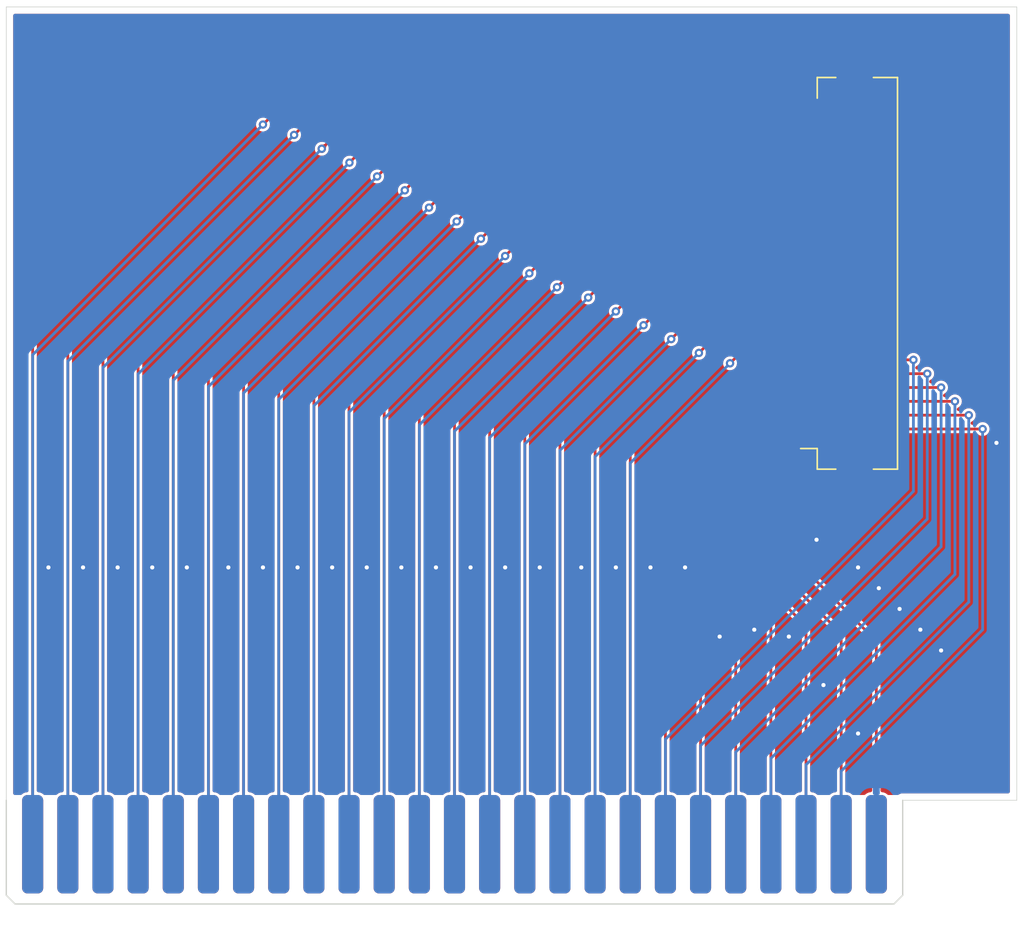
<source format=kicad_pcb>
(kicad_pcb (version 20240108) (generator "pcbnew") (generator_version "8.0")
  (layers (0 "F.Cu" signal) (31 "B.Cu" signal) (34 "B.Paste" user) (35 "F.Paste" user) (36 "B.SilkS" user "B.Silkscreen") (37 "F.SilkS" user "F.Silkscreen") (38 "B.Mask" user) (39 "F.Mask" user) (44 "Edge.Cuts" user))
  (net 0 "")
  (net 1 "/PIN44")
  (net 2 "/PIN14")
  (net 3 "/PIN22")
  (net 4 "/PIN19")
  (net 5 "/PIN42")
  (net 6 "/PIN31")
  (net 7 "/PIN26")
  (net 8 "/PIN39")
  (net 9 "/PIN11")
  (net 10 "/PIN13")
  (net 11 "/PIN12")
  (net 12 "/PIN46")
  (net 13 "/PIN40")
  (net 14 "/PIN24")
  (net 15 "/PIN1")
  (net 16 "/PIN3")
  (net 19 "/PIN17")
  (net 20 "/PIN25")
  (net 21 "/PIN9")
  (net 22 "/PIN29")
  (net 23 "/PIN50")
  (net 24 "/PIN4")
  (net 25 "/PIN20")
  (net 26 "/PIN28")
  (net 27 "/PIN33")
  (net 28 "/PIN27")
  (net 29 "/PIN10")
  (net 30 "/PIN2")
  (net 31 "/PIN15")
  (net 32 "/PIN43")
  (net 33 "/PIN7")
  (net 34 "/PIN49")
  (net 35 "/PIN47")
  (net 36 "/PIN18")
  (net 37 "/PIN45")
  (net 38 "/PIN37")
  (net 39 "/PIN48")
  (net 40 "/PIN36")
  (net 41 "/PIN21")
  (net 42 "/PIN35")
  (net 43 "/PIN30")
  (net 44 "/PIN8")
  (net 45 "/PIN5")
  (net 46 "/PIN41")
  (net 47 "/PIN32")
  (net 48 "/PIN38")
  (net 49 "/PIN16")
  (net 50 "/PIN6")
  (net 51 "/PIN34")
  (net 52 "/PIN23")
  (footprint "appletini:AppleIIBus_Edge" (layer "F.Cu") (at 128.34 116.5)
    (property "Reference" "J1")
    (property "Value" "Apple II bus")
    (fp_line (start -32.385 3.683) (end -32.385 -3.175) (stroke (width 0.1)) (layer "Edge.Cuts"))
    (fp_line (start -31.75 4.318) (end -32.385 3.683) (stroke (width 0.1)) (layer "Edge.Cuts"))
    (fp_line (start 31.75 4.318) (end -31.75 4.318) (stroke (width 0.1)) (layer "Edge.Cuts"))
    (fp_line (start 31.75 4.318) (end 32.385 3.683) (stroke (width 0.1)) (layer "Edge.Cuts"))
    (fp_line (start 32.385 -3.175) (end 32.385 3.683) (stroke (width 0.1)) (layer "Edge.Cuts"))
    (pad "1" connect roundrect (at -30.48 0 180) (size 1.524 7.112) (layers "F.Cu" "F.Mask") (net 15 "/PIN1"))
    (pad "2" connect roundrect (at -27.94 0 180) (size 1.524 7.112) (layers "F.Cu" "F.Mask") (net 30 "/PIN2"))
    (pad "3" connect roundrect (at -25.4 0 180) (size 1.524 7.112) (layers "F.Cu" "F.Mask") (net 16 "/PIN3"))
    (pad "4" connect roundrect (at -22.86 0 180) (size 1.524 7.112) (layers "F.Cu" "F.Mask") (net 24 "/PIN4"))
    (pad "5" connect roundrect (at -20.32 0 180) (size 1.524 7.112) (layers "F.Cu" "F.Mask") (net 45 "/PIN5"))
    (pad "6" connect roundrect (at -17.78 0 180) (size 1.524 7.112) (layers "F.Cu" "F.Mask") (net 50 "/PIN6"))
    (pad "7" connect roundrect (at -15.24 0 180) (size 1.524 7.112) (layers "F.Cu" "F.Mask") (net 33 "/PIN7"))
    (pad "8" connect roundrect (at -12.7 0 180) (size 1.524 7.112) (layers "F.Cu" "F.Mask") (net 44 "/PIN8"))
    (pad "9" connect roundrect (at -10.16 0 180) (size 1.524 7.112) (layers "F.Cu" "F.Mask") (net 21 "/PIN9"))
    (pad "10" connect roundrect (at -7.62 0 180) (size 1.524 7.112) (layers "F.Cu" "F.Mask") (net 29 "/PIN10"))
    (pad "11" connect roundrect (at -5.08 0 180) (size 1.524 7.112) (layers "F.Cu" "F.Mask") (net 9 "/PIN11"))
    (pad "12" connect roundrect (at -2.54 0 180) (size 1.524 7.112) (layers "F.Cu" "F.Mask") (net 11 "/PIN12"))
    (pad "13" connect roundrect (at 0 0 180) (size 1.524 7.112) (layers "F.Cu" "F.Mask") (net 10 "/PIN13"))
    (pad "14" connect roundrect (at 2.54 0 180) (size 1.524 7.112) (layers "F.Cu" "F.Mask") (net 2 "/PIN14"))
    (pad "15" connect roundrect (at 5.08 0 180) (size 1.524 7.112) (layers "F.Cu" "F.Mask") (net 31 "/PIN15"))
    (pad "16" connect roundrect (at 7.62 0 180) (size 1.524 7.112) (layers "F.Cu" "F.Mask") (net 49 "/PIN16"))
    (pad "17" connect roundrect (at 10.16 0 180) (size 1.524 7.112) (layers "F.Cu" "F.Mask") (net 19 "/PIN17"))
    (pad "18" connect roundrect (at 12.7 0 180) (size 1.524 7.112) (layers "F.Cu" "F.Mask") (net 36 "/PIN18"))
    (pad "19" connect roundrect (at 15.24 0 180) (size 1.524 7.112) (layers "F.Cu" "F.Mask") (net 4 "/PIN19"))
    (pad "20" connect roundrect (at 17.78 0 180) (size 1.524 7.112) (layers "F.Cu" "F.Mask") (net 25 "/PIN20"))
    (pad "21" connect roundrect (at 20.32 0 180) (size 1.524 7.112) (layers "F.Cu" "F.Mask") (net 41 "/PIN21"))
    (pad "22" connect roundrect (at 22.86 0 180) (size 1.524 7.112) (layers "F.Cu" "F.Mask") (net 3 "/PIN22"))
    (pad "23" connect roundrect (at 25.4 0 180) (size 1.524 7.112) (layers "F.Cu" "F.Mask") (net 52 "/PIN23"))
    (pad "24" connect roundrect (at 27.94 0 180) (size 1.524 7.112) (layers "F.Cu" "F.Mask") (net 14 "/PIN24"))
    (pad "25" connect roundrect (at 30.48 0 180) (size 1.524 7.112) (layers "F.Cu" "F.Mask") (net 20 "/PIN25"))
    (pad "26" connect roundrect (at 30.48 0 180) (size 1.524 7.112) (layers "B.Cu" "B.Mask") (net 7 "/PIN26"))
    (pad "27" connect roundrect (at 27.94 0 180) (size 1.524 7.112) (layers "B.Cu" "B.Mask") (net 28 "/PIN27"))
    (pad "28" connect roundrect (at 25.4 0 180) (size 1.524 7.112) (layers "B.Cu" "B.Mask") (net 26 "/PIN28"))
    (pad "29" connect roundrect (at 22.86 0 180) (size 1.524 7.112) (layers "B.Cu" "B.Mask") (net 22 "/PIN29"))
    (pad "30" connect roundrect (at 20.32 0 180) (size 1.524 7.112) (layers "B.Cu" "B.Mask") (net 43 "/PIN30"))
    (pad "31" connect roundrect (at 17.78 0 180) (size 1.524 7.112) (layers "B.Cu" "B.Mask") (net 6 "/PIN31"))
    (pad "32" connect roundrect (at 15.24 0 180) (size 1.524 7.112) (layers "B.Cu" "B.Mask") (net 47 "/PIN32"))
    (pad "33" connect roundrect (at 12.7 0 180) (size 1.524 7.112) (layers "B.Cu" "B.Mask") (net 27 "/PIN33"))
    (pad "34" connect roundrect (at 10.16 0 180) (size 1.524 7.112) (layers "B.Cu" "B.Mask") (net 51 "/PIN34"))
    (pad "35" connect roundrect (at 7.62 0 180) (size 1.524 7.112) (layers "B.Cu" "B.Mask") (net 42 "/PIN35"))
    (pad "36" connect roundrect (at 5.08 0 180) (size 1.524 7.112) (layers "B.Cu" "B.Mask") (net 40 "/PIN36"))
    (pad "37" connect roundrect (at 2.54 0 180) (size 1.524 7.112) (layers "B.Cu" "B.Mask") (net 38 "/PIN37"))
    (pad "38" connect roundrect (at 0 0 180) (size 1.524 7.112) (layers "B.Cu" "B.Mask") (net 48 "/PIN38"))
    (pad "39" connect roundrect (at -2.54 0 180) (size 1.524 7.112) (layers "B.Cu" "B.Mask") (net 8 "/PIN39"))
    (pad "40" connect roundrect (at -5.08 0 180) (size 1.524 7.112) (layers "B.Cu" "B.Mask") (net 13 "/PIN40"))
    (pad "41" connect roundrect (at -7.62 0 180) (size 1.524 7.112) (layers "B.Cu" "B.Mask") (net 46 "/PIN41"))
    (pad "42" connect roundrect (at -10.16 0 180) (size 1.524 7.112) (layers "B.Cu" "B.Mask") (net 5 "/PIN42"))
    (pad "43" connect roundrect (at -12.7 0 180) (size 1.524 7.112) (layers "B.Cu" "B.Mask") (net 32 "/PIN43"))
    (pad "44" connect roundrect (at -15.24 0 180) (size 1.524 7.112) (layers "B.Cu" "B.Mask") (net 1 "/PIN44"))
    (pad "45" connect roundrect (at -17.78 0 180) (size 1.524 7.112) (layers "B.Cu" "B.Mask") (net 37 "/PIN45"))
    (pad "46" connect roundrect (at -20.32 0 180) (size 1.524 7.112) (layers "B.Cu" "B.Mask") (net 12 "/PIN46"))
    (pad "47" connect roundrect (at -22.86 0 180) (size 1.524 7.112) (layers "B.Cu" "B.Mask") (net 35 "/PIN47"))
    (pad "48" connect roundrect (at -25.4 0 180) (size 1.524 7.112) (layers "B.Cu" "B.Mask") (net 39 "/PIN48"))
    (pad "49" connect roundrect (at -27.94 0 180) (size 1.524 7.112) (layers "B.Cu" "B.Mask") (net 34 "/PIN49"))
    (pad "50" connect roundrect (at -30.48 0 180) (size 1.524 7.112) (layers "B.Cu" "B.Mask") (net 23 "/PIN50"))
    (zone (net 0) (net_name "") (layers "*.Cu" "*.Adhes" "*.Paste" "*.SilkS" "*.Mask") (name "Bevel Area") (connect_pads (clearance 0)) (min_thickness 0.25)
      (keepout (tracks not_allowed) (vias not_allowed) (pads not_allowed) (copperpour not_allowed) (footprints not_allowed))
      (fill (thermal_gap 0.5) (thermal_bridge_width 0.5))
      (polygon (pts (xy 95.955 120.818) (xy 95.955 120.0814) (xy 160.725 120.0814) (xy 160.725 120.818)))
    )
    (zone (net 0) (net_name "") (layers "*.Cu" "*.Adhes" "*.Paste" "*.SilkS" "*.Mask") (connect_pads (clearance 0)) (min_thickness 0.25)
      (keepout (tracks allowed) (vias not_allowed) (pads allowed) (copperpour not_allowed) (footprints not_allowed))
      (fill (thermal_gap 0.5) (thermal_bridge_width 0.5))
      (polygon (pts (xy 160.725 120.0814) (xy 95.955 120.0814) (xy 95.955 112.944) (xy 160.725 112.944)))
    )
  )
  (footprint "Connector_FFC-FPC:Hirose_FH12-50S-0.5SH_1x50-1MP_P0.50mm_Horizontal" (layer "F.Cu") (at 155.85 75.25 90)
    (property "Reference" "J3" (hide yes))
    (property "Value" "Ribbon Conn")
    (fp_line (start 14.15 -1.3) (end 14.15 0.04) (stroke (width 0.12)) (layer "F.SilkS"))
    (fp_line (start 12.66 -1.3) (end 14.15 -1.3) (stroke (width 0.12)) (layer "F.SilkS"))
    (fp_line (start -12.66 -1.3) (end -12.66 -2.5) (stroke (width 0.12)) (layer "F.SilkS"))
    (fp_line (start -12.66 -1.3) (end -14.15 -1.3) (stroke (width 0.12)) (layer "F.SilkS"))
    (fp_line (start -14.15 -1.3) (end -14.15 0.04) (stroke (width 0.12)) (layer "F.SilkS"))
    (fp_line (start -14.15 2.76) (end -14.15 4.5) (stroke (width 0.12)) (layer "F.SilkS"))
    (fp_line (start 14.15 4.5) (end 14.15 2.76) (stroke (width 0.12)) (layer "F.SilkS"))
    (fp_line (start -14.15 4.5) (end 14.15 4.5) (stroke (width 0.12)) (layer "F.SilkS"))
    (pad "1" smd rect (at -12.25 -1.85 90) (size 0.3 1.3) (layers "F.Cu" "F.Paste" "F.Mask") (net 7 "/PIN26"))
    (pad "2" smd rect (at -11.75 -1.85 90) (size 0.3 1.3) (layers "F.Cu" "F.Paste" "F.Mask") (net 20 "/PIN25"))
    (pad "3" smd rect (at -11.25 -1.85 90) (size 0.3 1.3) (layers "F.Cu" "F.Paste" "F.Mask") (net 28 "/PIN27"))
    (pad "4" smd rect (at -10.75 -1.85 90) (size 0.3 1.3) (layers "F.Cu" "F.Paste" "F.Mask") (net 14 "/PIN24"))
    (pad "5" smd rect (at -10.25 -1.85 90) (size 0.3 1.3) (layers "F.Cu" "F.Paste" "F.Mask") (net 26 "/PIN28"))
    (pad "6" smd rect (at -9.75 -1.85 90) (size 0.3 1.3) (layers "F.Cu" "F.Paste" "F.Mask") (net 52 "/PIN23"))
    (pad "7" smd rect (at -9.25 -1.85 90) (size 0.3 1.3) (layers "F.Cu" "F.Paste" "F.Mask") (net 22 "/PIN29"))
    (pad "8" smd rect (at -8.75 -1.85 90) (size 0.3 1.3) (layers "F.Cu" "F.Paste" "F.Mask") (net 3 "/PIN22"))
    (pad "9" smd rect (at -8.25 -1.85 90) (size 0.3 1.3) (layers "F.Cu" "F.Paste" "F.Mask") (net 43 "/PIN30"))
    (pad "10" smd rect (at -7.75 -1.85 90) (size 0.3 1.3) (layers "F.Cu" "F.Paste" "F.Mask") (net 41 "/PIN21"))
    (pad "11" smd rect (at -7.25 -1.85 90) (size 0.3 1.3) (layers "F.Cu" "F.Paste" "F.Mask") (net 6 "/PIN31"))
    (pad "12" smd rect (at -6.75 -1.85 90) (size 0.3 1.3) (layers "F.Cu" "F.Paste" "F.Mask") (net 25 "/PIN20"))
    (pad "13" smd rect (at -6.25 -1.85 90) (size 0.3 1.3) (layers "F.Cu" "F.Paste" "F.Mask") (net 47 "/PIN32"))
    (pad "14" smd rect (at -5.75 -1.85 90) (size 0.3 1.3) (layers "F.Cu" "F.Paste" "F.Mask") (net 4 "/PIN19"))
    (pad "15" smd rect (at -5.25 -1.85 90) (size 0.3 1.3) (layers "F.Cu" "F.Paste" "F.Mask") (net 27 "/PIN33"))
    (pad "16" smd rect (at -4.75 -1.85 90) (size 0.3 1.3) (layers "F.Cu" "F.Paste" "F.Mask") (net 36 "/PIN18"))
    (pad "17" smd rect (at -4.25 -1.85 90) (size 0.3 1.3) (layers "F.Cu" "F.Paste" "F.Mask") (net 51 "/PIN34"))
    (pad "18" smd rect (at -3.75 -1.85 90) (size 0.3 1.3) (layers "F.Cu" "F.Paste" "F.Mask") (net 19 "/PIN17"))
    (pad "19" smd rect (at -3.25 -1.85 90) (size 0.3 1.3) (layers "F.Cu" "F.Paste" "F.Mask") (net 42 "/PIN35"))
    (pad "20" smd rect (at -2.75 -1.85 90) (size 0.3 1.3) (layers "F.Cu" "F.Paste" "F.Mask") (net 49 "/PIN16"))
    (pad "21" smd rect (at -2.25 -1.85 90) (size 0.3 1.3) (layers "F.Cu" "F.Paste" "F.Mask") (net 40 "/PIN36"))
    (pad "22" smd rect (at -1.75 -1.85 90) (size 0.3 1.3) (layers "F.Cu" "F.Paste" "F.Mask") (net 31 "/PIN15"))
    (pad "23" smd rect (at -1.25 -1.85 90) (size 0.3 1.3) (layers "F.Cu" "F.Paste" "F.Mask") (net 38 "/PIN37"))
    (pad "24" smd rect (at -0.75 -1.85 90) (size 0.3 1.3) (layers "F.Cu" "F.Paste" "F.Mask") (net 2 "/PIN14"))
    (pad "25" smd rect (at -0.25 -1.85 90) (size 0.3 1.3) (layers "F.Cu" "F.Paste" "F.Mask") (net 48 "/PIN38"))
    (pad "26" smd rect (at 0.25 -1.85 90) (size 0.3 1.3) (layers "F.Cu" "F.Paste" "F.Mask") (net 10 "/PIN13"))
    (pad "27" smd rect (at 0.75 -1.85 90) (size 0.3 1.3) (layers "F.Cu" "F.Paste" "F.Mask") (net 8 "/PIN39"))
    (pad "28" smd rect (at 1.25 -1.85 90) (size 0.3 1.3) (layers "F.Cu" "F.Paste" "F.Mask") (net 11 "/PIN12"))
    (pad "29" smd rect (at 1.75 -1.85 90) (size 0.3 1.3) (layers "F.Cu" "F.Paste" "F.Mask") (net 13 "/PIN40"))
    (pad "30" smd rect (at 2.25 -1.85 90) (size 0.3 1.3) (layers "F.Cu" "F.Paste" "F.Mask") (net 9 "/PIN11"))
    (pad "31" smd rect (at 2.75 -1.85 90) (size 0.3 1.3) (layers "F.Cu" "F.Paste" "F.Mask") (net 46 "/PIN41"))
    (pad "32" smd rect (at 3.25 -1.85 90) (size 0.3 1.3) (layers "F.Cu" "F.Paste" "F.Mask") (net 29 "/PIN10"))
    (pad "33" smd rect (at 3.75 -1.85 90) (size 0.3 1.3) (layers "F.Cu" "F.Paste" "F.Mask") (net 5 "/PIN42"))
    (pad "34" smd rect (at 4.25 -1.85 90) (size 0.3 1.3) (layers "F.Cu" "F.Paste" "F.Mask") (net 21 "/PIN9"))
    (pad "35" smd rect (at 4.75 -1.85 90) (size 0.3 1.3) (layers "F.Cu" "F.Paste" "F.Mask") (net 32 "/PIN43"))
    (pad "36" smd rect (at 5.25 -1.85 90) (size 0.3 1.3) (layers "F.Cu" "F.Paste" "F.Mask") (net 44 "/PIN8"))
    (pad "37" smd rect (at 5.75 -1.85 90) (size 0.3 1.3) (layers "F.Cu" "F.Paste" "F.Mask") (net 1 "/PIN44"))
    (pad "38" smd rect (at 6.25 -1.85 90) (size 0.3 1.3) (layers "F.Cu" "F.Paste" "F.Mask") (net 33 "/PIN7"))
    (pad "39" smd rect (at 6.75 -1.85 90) (size 0.3 1.3) (layers "F.Cu" "F.Paste" "F.Mask") (net 37 "/PIN45"))
    (pad "40" smd rect (at 7.25 -1.85 90) (size 0.3 1.3) (layers "F.Cu" "F.Paste" "F.Mask") (net 50 "/PIN6"))
    (pad "41" smd rect (at 7.75 -1.85 90) (size 0.3 1.3) (layers "F.Cu" "F.Paste" "F.Mask") (net 12 "/PIN46"))
    (pad "42" smd rect (at 8.25 -1.85 90) (size 0.3 1.3) (layers "F.Cu" "F.Paste" "F.Mask") (net 45 "/PIN5"))
    (pad "43" smd rect (at 8.75 -1.85 90) (size 0.3 1.3) (layers "F.Cu" "F.Paste" "F.Mask") (net 35 "/PIN47"))
    (pad "44" smd rect (at 9.25 -1.85 90) (size 0.3 1.3) (layers "F.Cu" "F.Paste" "F.Mask") (net 24 "/PIN4"))
    (pad "45" smd rect (at 9.75 -1.85 90) (size 0.3 1.3) (layers "F.Cu" "F.Paste" "F.Mask") (net 39 "/PIN48"))
    (pad "46" smd rect (at 10.25 -1.85 90) (size 0.3 1.3) (layers "F.Cu" "F.Paste" "F.Mask") (net 16 "/PIN3"))
    (pad "47" smd rect (at 10.75 -1.85 90) (size 0.3 1.3) (layers "F.Cu" "F.Paste" "F.Mask") (net 34 "/PIN49"))
    (pad "48" smd rect (at 11.25 -1.85 90) (size 0.3 1.3) (layers "F.Cu" "F.Paste" "F.Mask") (net 30 "/PIN2"))
    (pad "49" smd rect (at 11.75 -1.85 90) (size 0.3 1.3) (layers "F.Cu" "F.Paste" "F.Mask") (net 23 "/PIN50"))
    (pad "50" smd rect (at 12.25 -1.85 90) (size 0.3 1.3) (layers "F.Cu" "F.Paste" "F.Mask") (net 15 "/PIN1"))
    (pad "MP" smd rect (at -14.15 1.4 90) (size 1.8 2.2) (layers "F.Cu" "F.Paste" "F.Mask"))
    (pad "MP" smd rect (at 14.15 1.4 90) (size 1.8 2.2) (layers "F.Cu" "F.Paste" "F.Mask"))
  )
  (gr_line (start 95.955 113.325) (end 95.955 56) (stroke (width 0.05)) (layer "Edge.Cuts"))
  (gr_line (start 168.9674 113.325) (end 168.9674 56) (stroke (width 0.05)) (layer "Edge.Cuts"))
  (gr_line (start 168.9674 56) (end 95.955 56) (stroke (width 0.05)) (layer "Edge.Cuts"))
  (gr_line (start 160.725 113.325) (end 168.9674 113.325) (stroke (width 0.05)) (layer "Edge.Cuts"))
  (segment (start 126.5 70.5) (end 127.5 69.5) (width 0.2) (layer "F.Cu") (net 1))
  (segment (start 127.5 69.5) (end 154 69.5) (width 0.2) (layer "F.Cu") (net 1))
  (via (at 126.5 70.5) (size 0.6) (drill 0.3) (layers "F.Cu" "B.Cu") (net 1))
  (segment (start 126.5 70.5) (end 113.1 83.9) (width 0.2) (layer "B.Cu") (net 1))
  (segment (start 113.1 83.9) (end 113.1 116.5) (width 0.2) (layer "B.Cu") (net 1))
  (segment (start 130.88 85.62) (end 130.88 116.5) (width 0.2) (layer "F.Cu") (net 2))
  (segment (start 140.5 76) (end 130.88 85.62) (width 0.2) (layer "F.Cu") (net 2))
  (segment (start 154 76) (end 140.5 76) (width 0.2) (layer "F.Cu") (net 2))
  (segment (start 151.868629 84) (end 148 87.868629) (width 0.2) (layer "F.Cu") (net 3))
  (segment (start 151.2 100.2) (end 151.2 116.5) (width 0.2) (layer "F.Cu") (net 3))
  (segment (start 154 84) (end 151.868629 84) (width 0.2) (layer "F.Cu") (net 3))
  (segment (start 148 97) (end 151.2 100.2) (width 0.2) (layer "F.Cu") (net 3))
  (segment (start 148 87.868629) (end 148 97) (width 0.2) (layer "F.Cu") (net 3))
  (segment (start 150.5 81) (end 143.58 87.92) (width 0.2) (layer "F.Cu") (net 4))
  (segment (start 143.58 87.92) (end 143.58 116.5) (width 0.2) (layer "F.Cu") (net 4))
  (segment (start 154 81) (end 150.5 81) (width 0.2) (layer "F.Cu") (net 4))
  (segment (start 131.5 71.5) (end 154 71.5) (width 0.2) (layer "F.Cu") (net 5))
  (segment (start 130.25 72.75) (end 131.5 71.5) (width 0.2) (layer "F.Cu") (net 5))
  (via (at 130.25 72.75) (size 0.6) (drill 0.3) (layers "F.Cu" "B.Cu") (net 5))
  (segment (start 130.25 72.75) (end 118.18 84.82) (width 0.2) (layer "B.Cu") (net 5))
  (segment (start 118.18 84.82) (end 118.18 116.5) (width 0.2) (layer "B.Cu") (net 5))
  (segment (start 154 82.5) (end 162.5 82.5) (width 0.2) (layer "F.Cu") (net 6))
  (via (at 162.5 82.5) (size 0.6) (drill 0.3) (layers "F.Cu" "B.Cu") (net 6))
  (segment (start 146.12 109.38) (end 146.12 116.5) (width 0.2) (layer "B.Cu") (net 6))
  (segment (start 162.5 93) (end 146.12 109.38) (width 0.2) (layer "B.Cu") (net 6))
  (segment (start 162.5 82.5) (end 162.5 93) (width 0.2) (layer "B.Cu") (net 6))
  (segment (start 154 87.5) (end 167.5 87.5) (width 0.2) (layer "F.Cu") (net 7))
  (via (at 119.5 96.5) (size 0.6) (drill 0.3) (layers "F.Cu" "B.Cu") (net 7))
  (via (at 104 96.5) (size 0.6) (drill 0.3) (layers "F.Cu" "B.Cu") (net 7))
  (via (at 109 96.5) (size 0.6) (drill 0.3) (layers "F.Cu" "B.Cu") (net 7))
  (via (at 112 96.5) (size 0.6) (drill 0.3) (layers "F.Cu" "B.Cu") (net 7))
  (via (at 134.5 96.5) (size 0.6) (drill 0.3) (layers "F.Cu" "B.Cu") (net 7))
  (via (at 152.5 101.5) (size 0.6) (drill 0.3) (layers "F.Cu" "B.Cu") (net 7))
  (via (at 137.5 96.5) (size 0.6) (drill 0.3) (layers "F.Cu" "B.Cu") (net 7))
  (via (at 150 101) (size 0.6) (drill 0.3) (layers "F.Cu" "B.Cu") (net 7))
  (via (at 157.5 108.5) (size 0.6) (drill 0.3) (layers "F.Cu" "B.Cu") (net 7))
  (via (at 129.5 96.5) (size 0.6) (drill 0.3) (layers "F.Cu" "B.Cu") (net 7))
  (via (at 106.5 96.5) (size 0.6) (drill 0.3) (layers "F.Cu" "B.Cu") (net 7))
  (via (at 99 96.5) (size 0.6) (drill 0.3) (layers "F.Cu" "B.Cu") (net 7))
  (via (at 147.5 101.5) (size 0.6) (drill 0.3) (layers "F.Cu" "B.Cu") (net 7))
  (via (at 132 96.5) (size 0.6) (drill 0.3) (layers "F.Cu" "B.Cu") (net 7))
  (via (at 163.5 102.5) (size 0.6) (drill 0.3) (layers "F.Cu" "B.Cu") (net 7))
  (via (at 159 98) (size 0.6) (drill 0.3) (layers "F.Cu" "B.Cu") (net 7))
  (via (at 124.5 96.5) (size 0.6) (drill 0.3) (layers "F.Cu" "B.Cu") (net 7))
  (via (at 145 96.5) (size 0.6) (drill 0.3) (layers "F.Cu" "B.Cu") (net 7))
  (via (at 101.5 96.5) (size 0.6) (drill 0.3) (layers "F.Cu" "B.Cu") (net 7))
  (via (at 140 96.5) (size 0.6) (drill 0.3) (layers "F.Cu" "B.Cu") (net 7))
  (via (at 155 105) (size 0.6) (drill 0.3) (layers "F.Cu" "B.Cu") (net 7))
  (via (at 160.5 99.5) (size 0.6) (drill 0.3) (layers "F.Cu" "B.Cu") (net 7))
  (via (at 122 96.5) (size 0.6) (drill 0.3) (layers "F.Cu" "B.Cu") (net 7))
  (via (at 167.5 87.5) (size 0.6) (drill 0.3) (layers "F.Cu" "B.Cu") (net 7))
  (via (at 154.5 94.5) (size 0.6) (drill 0.3) (layers "F.Cu" "B.Cu") (net 7))
  (via (at 162 101) (size 0.6) (drill 0.3) (layers "F.Cu" "B.Cu") (net 7))
  (via (at 142.5 96.5) (size 0.6) (drill 0.3) (layers "F.Cu" "B.Cu") (net 7))
  (via (at 157.5 96.5) (size 0.6) (drill 0.3) (layers "F.Cu" "B.Cu") (net 7))
  (via (at 127 96.5) (size 0.6) (drill 0.3) (layers "F.Cu" "B.Cu") (net 7))
  (via (at 117 96.5) (size 0.6) (drill 0.3) (layers "F.Cu" "B.Cu") (net 7))
  (via (at 114.5 96.5) (size 0.6) (drill 0.3) (layers "F.Cu" "B.Cu") (net 7))
  (segment (start 161.5 108.5) (end 158.82 111.18) (width 0.2) (layer "B.Cu") (net 7))
  (segment (start 167.5 87.5) (end 167.5 102.5) (width 0.2) (layer "B.Cu") (net 7))
  (segment (start 167.5 102.5) (end 161.5 108.5) (width 0.2) (layer "B.Cu") (net 7))
  (segment (start 158.82 111.18) (end 158.82 116.5) (width 0.2) (layer "B.Cu") (net 7))
  (segment (start 135.75 76.25) (end 137.5 74.5) (width 0.2) (layer "F.Cu") (net 8))
  (segment (start 137.5 74.5) (end 154 74.5) (width 0.2) (layer "F.Cu") (net 8))
  (via (at 135.75 76.25) (size 0.6) (drill 0.3) (layers "F.Cu" "B.Cu") (net 8))
  (segment (start 125.8 86.2) (end 125.8 116.5) (width 0.2) (layer "B.Cu") (net 8))
  (segment (start 135.75 76.25) (end 125.8 86.2) (width 0.2) (layer "B.Cu") (net 8))
  (segment (start 123.26 84.24) (end 123.26 116.5) (width 0.2) (layer "F.Cu") (net 9))
  (segment (start 134.5 73) (end 123.26 84.24) (width 0.2) (layer "F.Cu") (net 9))
  (segment (start 154 73) (end 134.5 73) (width 0.2) (layer "F.Cu") (net 9))
  (segment (start 128.34 85.16) (end 128.34 116.5) (width 0.2) (layer "F.Cu") (net 10))
  (segment (start 154 75) (end 138.5 75) (width 0.2) (layer "F.Cu") (net 10))
  (segment (start 138.5 75) (end 128.34 85.16) (width 0.2) (layer "F.Cu") (net 10))
  (segment (start 154 74) (end 136.5 74) (width 0.2) (layer "F.Cu") (net 11))
  (segment (start 136.5 74) (end 125.8 84.7) (width 0.2) (layer "F.Cu") (net 11))
  (segment (start 125.8 84.7) (end 125.8 116.5) (width 0.2) (layer "F.Cu") (net 11))
  (segment (start 122.75 68.25) (end 123.5 67.5) (width 0.2) (layer "F.Cu") (net 12))
  (segment (start 123.5 67.5) (end 154 67.5) (width 0.2) (layer "F.Cu") (net 12))
  (via (at 122.75 68.25) (size 0.6) (drill 0.3) (layers "F.Cu" "B.Cu") (net 12))
  (segment (start 122.75 68.25) (end 108.02 82.98) (width 0.2) (layer "B.Cu") (net 12))
  (segment (start 108.02 82.98) (end 108.02 116.5) (width 0.2) (layer "B.Cu") (net 12))
  (segment (start 135.5 73.5) (end 154 73.5) (width 0.2) (layer "F.Cu") (net 13))
  (segment (start 133.75 75.25) (end 135.5 73.5) (width 0.2) (layer "F.Cu") (net 13))
  (via (at 133.75 75.25) (size 0.6) (drill 0.3) (layers "F.Cu" "B.Cu") (net 13))
  (segment (start 133.75 75.25) (end 123.26 85.74) (width 0.2) (layer "B.Cu") (net 13))
  (segment (start 123.26 85.74) (end 123.26 116.5) (width 0.2) (layer "B.Cu") (net 13))
  (segment (start 150 88.302942) (end 152.302942 86) (width 0.2) (layer "F.Cu") (net 14))
  (segment (start 152.302942 86) (end 154 86) (width 0.2) (layer "F.Cu") (net 14))
  (segment (start 156.28 101.28) (end 150 95) (width 0.2) (layer "F.Cu") (net 14))
  (segment (start 150 95) (end 150 88.302942) (width 0.2) (layer "F.Cu") (net 14))
  (segment (start 156.28 116.5) (end 156.28 101.28) (width 0.2) (layer "F.Cu") (net 14))
  (segment (start 154 63) (end 114.5 63) (width 0.2) (layer "F.Cu") (net 15))
  (segment (start 114.5 63) (end 97.86 79.64) (width 0.2) (layer "F.Cu") (net 15))
  (segment (start 97.86 79.64) (end 97.86 116.5) (width 0.2) (layer "F.Cu") (net 15))
  (segment (start 154 65) (end 118.5 65) (width 0.2) (layer "F.Cu") (net 16))
  (segment (start 118.5 65) (end 102.94 80.56) (width 0.2) (layer "F.Cu") (net 16))
  (segment (start 102.94 80.56) (end 102.94 116.5) (width 0.2) (layer "F.Cu") (net 16))
  (segment (start 146.5 79) (end 138.5 87) (width 0.2) (layer "F.Cu") (net 19))
  (segment (start 138.5 87) (end 138.5 116.5) (width 0.2) (layer "F.Cu") (net 19))
  (segment (start 154 79) (end 146.5 79) (width 0.2) (layer "F.Cu") (net 19))
  (segment (start 158.82 116.5) (end 158.82 101.82) (width 0.2) (layer "F.Cu") (net 20))
  (segment (start 151 94) (end 151 88.434314) (width 0.2) (layer "F.Cu") (net 20))
  (segment (start 151 88.434314) (end 152.434314 87) (width 0.2) (layer "F.Cu") (net 20))
  (segment (start 158.82 101.82) (end 151 94) (width 0.2) (layer "F.Cu") (net 20))
  (segment (start 152.434314 87) (end 154 87) (width 0.2) (layer "F.Cu") (net 20))
  (segment (start 154 71) (end 130.5 71) (width 0.2) (layer "F.Cu") (net 21))
  (segment (start 130.5 71) (end 118.18 83.32) (width 0.2) (layer "F.Cu") (net 21))
  (segment (start 118.18 83.32) (end 118.18 116.5) (width 0.2) (layer "F.Cu") (net 21))
  (segment (start 154 84.5) (end 164.5 84.5) (width 0.2) (layer "F.Cu") (net 22))
  (via (at 164.5 84.5) (size 0.6) (drill 0.3) (layers "F.Cu" "B.Cu") (net 22))
  (segment (start 151.2 110.3) (end 151.2 116.5) (width 0.2) (layer "B.Cu") (net 22))
  (segment (start 164.5 97) (end 151.2 110.3) (width 0.2) (layer "B.Cu") (net 22))
  (segment (start 164.5 84.5) (end 164.5 97) (width 0.2) (layer "B.Cu") (net 22))
  (segment (start 115.5 63.5) (end 154 63.5) (width 0.2) (layer "F.Cu") (net 23))
  (segment (start 114.5 64.5) (end 115.5 63.5) (width 0.2) (layer "F.Cu") (net 23))
  (via (at 114.5 64.5) (size 0.6) (drill 0.3) (layers "F.Cu" "B.Cu") (net 23))
  (segment (start 114.5 64.5) (end 97.86 81.14) (width 0.2) (layer "B.Cu") (net 23))
  (segment (start 97.86 81.14) (end 97.86 116.5) (width 0.2) (layer "B.Cu") (net 23))
  (segment (start 105.48 81.02) (end 105.48 116.5) (width 0.2) (layer "F.Cu") (net 24))
  (segment (start 154 66) (end 120.5 66) (width 0.2) (layer "F.Cu") (net 24))
  (segment (start 120.5 66) (end 105.48 81.02) (width 0.2) (layer "F.Cu") (net 24))
  (segment (start 146.12 87.38) (end 146.12 116.5) (width 0.2) (layer "F.Cu") (net 25))
  (segment (start 154 82) (end 151.5 82) (width 0.2) (layer "F.Cu") (net 25))
  (segment (start 151.5 82) (end 146.12 87.38) (width 0.2) (layer "F.Cu") (net 25))
  (segment (start 154 85.5) (end 165.5 85.5) (width 0.2) (layer "F.Cu") (net 26))
  (via (at 165.5 85.5) (size 0.6) (drill 0.3) (layers "F.Cu" "B.Cu") (net 26))
  (segment (start 165.5 85.5) (end 165.5 99) (width 0.2) (layer "B.Cu") (net 26))
  (segment (start 165.5 99) (end 153.74 110.76) (width 0.2) (layer "B.Cu") (net 26))
  (segment (start 153.74 110.76) (end 153.74 116.5) (width 0.2) (layer "B.Cu") (net 26))
  (segment (start 149.5 80.5) (end 154 80.5) (width 0.2) (layer "F.Cu") (net 27))
  (segment (start 148.25 81.75) (end 149.5 80.5) (width 0.2) (layer "F.Cu") (net 27))
  (via (at 148.25 81.75) (size 0.6) (drill 0.3) (layers "F.Cu" "B.Cu") (net 27))
  (segment (start 141.04 88.96) (end 141.04 116.5) (width 0.2) (layer "B.Cu") (net 27))
  (segment (start 148.25 81.75) (end 141.04 88.96) (width 0.2) (layer "B.Cu") (net 27))
  (segment (start 154 86.5) (end 166.5 86.5) (width 0.2) (layer "F.Cu") (net 28))
  (via (at 166.5 86.5) (size 0.6) (drill 0.3) (layers "F.Cu" "B.Cu") (net 28))
  (segment (start 166.5 101) (end 156.28 111.22) (width 0.2) (layer "B.Cu") (net 28))
  (segment (start 156.28 111.22) (end 156.28 116.5) (width 0.2) (layer "B.Cu") (net 28))
  (segment (start 166.5 86.5) (end 166.5 101) (width 0.2) (layer "B.Cu") (net 28))
  (segment (start 132.5 72) (end 120.72 83.78) (width 0.2) (layer "F.Cu") (net 29))
  (segment (start 120.72 83.78) (end 120.72 116.5) (width 0.2) (layer "F.Cu") (net 29))
  (segment (start 154 72) (end 132.5 72) (width 0.2) (layer "F.Cu") (net 29))
  (segment (start 154 64) (end 116.5 64) (width 0.2) (layer "F.Cu") (net 30))
  (segment (start 116.5 64) (end 100.4 80.1) (width 0.2) (layer "F.Cu") (net 30))
  (segment (start 100.4 80.1) (end 100.4 116.5) (width 0.2) (layer "F.Cu") (net 30))
  (segment (start 133.42 86.08) (end 133.42 116.5) (width 0.2) (layer "F.Cu") (net 31))
  (segment (start 142.5 77) (end 133.42 86.08) (width 0.2) (layer "F.Cu") (net 31))
  (segment (start 154 77) (end 142.5 77) (width 0.2) (layer "F.Cu") (net 31))
  (segment (start 129.5 70.5) (end 154 70.5) (width 0.2) (layer "F.Cu") (net 32))
  (segment (start 128.5 71.5) (end 129.5 70.5) (width 0.2) (layer "F.Cu") (net 32))
  (via (at 128.5 71.5) (size 0.6) (drill 0.3) (layers "F.Cu" "B.Cu") (net 32))
  (segment (start 115.64 84.36) (end 115.64 116.5) (width 0.2) (layer "B.Cu") (net 32))
  (segment (start 128.5 71.5) (end 115.64 84.36) (width 0.2) (layer "B.Cu") (net 32))
  (segment (start 113.1 82.4) (end 113.1 116.5) (width 0.2) (layer "F.Cu") (net 33))
  (segment (start 154 69) (end 126.5 69) (width 0.2) (layer "F.Cu") (net 33))
  (segment (start 126.5 69) (end 113.1 82.4) (width 0.2) (layer "F.Cu") (net 33))
  (segment (start 116.75 65.25) (end 117.5 64.5) (width 0.2) (layer "F.Cu") (net 34))
  (segment (start 117.5 64.5) (end 154 64.5) (width 0.2) (layer "F.Cu") (net 34))
  (via (at 116.75 65.25) (size 0.6) (drill 0.3) (layers "F.Cu" "B.Cu") (net 34))
  (segment (start 100.4 81.6) (end 100.4 116.5) (width 0.2) (layer "B.Cu") (net 34))
  (segment (start 116.75 65.25) (end 100.4 81.6) (width 0.2) (layer "B.Cu") (net 34))
  (segment (start 121.5 66.5) (end 154 66.5) (width 0.2) (layer "F.Cu") (net 35))
  (segment (start 120.75 67.25) (end 121.5 66.5) (width 0.2) (layer "F.Cu") (net 35))
  (via (at 120.75 67.25) (size 0.6) (drill 0.3) (layers "F.Cu" "B.Cu") (net 35))
  (segment (start 120.75 67.25) (end 105.48 82.52) (width 0.2) (layer "B.Cu") (net 35))
  (segment (start 105.48 82.52) (end 105.48 116.5) (width 0.2) (layer "B.Cu") (net 35))
  (segment (start 141.04 87.46) (end 141.04 116.5) (width 0.2) (layer "F.Cu") (net 36))
  (segment (start 154 80) (end 148.5 80) (width 0.2) (layer "F.Cu") (net 36))
  (segment (start 148.5 80) (end 141.04 87.46) (width 0.2) (layer "F.Cu") (net 36))
  (segment (start 124.75 69.25) (end 125.5 68.5) (width 0.2) (layer "F.Cu") (net 37))
  (segment (start 125.5 68.5) (end 154 68.5) (width 0.2) (layer "F.Cu") (net 37))
  (via (at 124.75 69.25) (size 0.6) (drill 0.3) (layers "F.Cu" "B.Cu") (net 37))
  (segment (start 124.75 69.25) (end 110.56 83.44) (width 0.2) (layer "B.Cu") (net 37))
  (segment (start 110.56 83.44) (end 110.56 116.5) (width 0.2) (layer "B.Cu") (net 37))
  (segment (start 141.5 76.5) (end 154 76.5) (width 0.2) (layer "F.Cu") (net 38))
  (segment (start 140 78) (end 141.5 76.5) (width 0.2) (layer "F.Cu") (net 38))
  (via (at 140 78) (size 0.6) (drill 0.3) (layers "F.Cu" "B.Cu") (net 38))
  (segment (start 140 78) (end 130.88 87.12) (width 0.2) (layer "B.Cu") (net 38))
  (segment (start 130.88 87.12) (end 130.88 116.5) (width 0.2) (layer "B.Cu") (net 38))
  (segment (start 118.75 66.25) (end 119.5 65.5) (width 0.2) (layer "F.Cu") (net 39))
  (segment (start 119.5 65.5) (end 154 65.5) (width 0.2) (layer "F.Cu") (net 39))
  (via (at 118.75 66.25) (size 0.6) (drill 0.3) (layers "F.Cu" "B.Cu") (net 39))
  (segment (start 118.75 66.25) (end 102.94 82.06) (width 0.2) (layer "B.Cu") (net 39))
  (segment (start 102.94 82.06) (end 102.94 116.5) (width 0.2) (layer "B.Cu") (net 39))
  (segment (start 143.5 77.5) (end 154 77.5) (width 0.2) (layer "F.Cu") (net 40))
  (segment (start 142 79) (end 143.5 77.5) (width 0.2) (layer "F.Cu") (net 40))
  (via (at 142 79) (size 0.6) (drill 0.3) (layers "F.Cu" "B.Cu") (net 40))
  (segment (start 133.42 87.58) (end 133.42 116.5) (width 0.2) (layer "B.Cu") (net 40))
  (segment (start 142 79) (end 133.42 87.58) (width 0.2) (layer "B.Cu") (net 40))
  (segment (start 147 87.737258) (end 147 98.34) (width 0.2) (layer "F.Cu") (net 41))
  (segment (start 147 98.34) (end 148.66 100) (width 0.2) (layer "F.Cu") (net 41))
  (segment (start 151.737258 83) (end 147 87.737258) (width 0.2) (layer "F.Cu") (net 41))
  (segment (start 154 83) (end 151.737258 83) (width 0.2) (layer "F.Cu") (net 41))
  (segment (start 148.66 100) (end 148.66 116.5) (width 0.2) (layer "F.Cu") (net 41))
  (segment (start 144 80) (end 145.5 78.5) (width 0.2) (layer "F.Cu") (net 42))
  (segment (start 145.5 78.5) (end 154 78.5) (width 0.2) (layer "F.Cu") (net 42))
  (via (at 144 80) (size 0.6) (drill 0.3) (layers "F.Cu" "B.Cu") (net 42))
  (segment (start 135.96 88.04) (end 135.96 116.5) (width 0.2) (layer "B.Cu") (net 42))
  (segment (start 144 80) (end 135.96 88.04) (width 0.2) (layer "B.Cu") (net 42))
  (segment (start 154 83.5) (end 163.5 83.5) (width 0.2) (layer "F.Cu") (net 43))
  (via (at 163.5 83.5) (size 0.6) (drill 0.3) (layers "F.Cu" "B.Cu") (net 43))
  (segment (start 163.5 83.5) (end 163.5 95) (width 0.2) (layer "B.Cu") (net 43))
  (segment (start 148.66 109.84) (end 148.66 116.5) (width 0.2) (layer "B.Cu") (net 43))
  (segment (start 163.5 95) (end 148.66 109.84) (width 0.2) (layer "B.Cu") (net 43))
  (segment (start 115.64 82.86) (end 115.64 116.5) (width 0.2) (layer "F.Cu") (net 44))
  (segment (start 154 70) (end 128.5 70) (width 0.2) (layer "F.Cu") (net 44))
  (segment (start 128.5 70) (end 115.64 82.86) (width 0.2) (layer "F.Cu") (net 44))
  (segment (start 154 67) (end 122.5 67) (width 0.2) (layer "F.Cu") (net 45))
  (segment (start 108.02 81.48) (end 108.02 116.5) (width 0.2) (layer "F.Cu") (net 45))
  (segment (start 122.5 67) (end 108.02 81.48) (width 0.2) (layer "F.Cu") (net 45))
  (segment (start 133.5 72.5) (end 154 72.5) (width 0.2) (layer "F.Cu") (net 46))
  (segment (start 132 74) (end 133.5 72.5) (width 0.2) (layer "F.Cu") (net 46))
  (via (at 132 74) (size 0.6) (drill 0.3) (layers "F.Cu" "B.Cu") (net 46))
  (segment (start 132 74) (end 120.72 85.28) (width 0.2) (layer "B.Cu") (net 46))
  (segment (start 120.72 85.28) (end 120.72 116.5) (width 0.2) (layer "B.Cu") (net 46))
  (segment (start 154 81.5) (end 161.5 81.5) (width 0.2) (layer "F.Cu") (net 47))
  (via (at 161.5 81.5) (size 0.6) (drill 0.3) (layers "F.Cu" "B.Cu") (net 47))
  (segment (start 161.5 81.5) (end 161.5 91) (width 0.2) (layer "B.Cu") (net 47))
  (segment (start 161.5 91) (end 143.58 108.92) (width 0.2) (layer "B.Cu") (net 47))
  (segment (start 143.58 108.92) (end 143.58 116.5) (width 0.2) (layer "B.Cu") (net 47))
  (segment (start 138 77) (end 139.5 75.5) (width 0.2) (layer "F.Cu") (net 48))
  (segment (start 139.5 75.5) (end 154 75.5) (width 0.2) (layer "F.Cu") (net 48))
  (via (at 138 77) (size 0.6) (drill 0.3) (layers "F.Cu" "B.Cu") (net 48))
  (segment (start 138 77) (end 128.34 86.66) (width 0.2) (layer "B.Cu") (net 48))
  (segment (start 128.34 86.66) (end 128.34 116.5) (width 0.2) (layer "B.Cu") (net 48))
  (segment (start 144.5 78) (end 135.96 86.54) (width 0.2) (layer "F.Cu") (net 49))
  (segment (start 135.96 86.54) (end 135.96 116.5) (width 0.2) (layer "F.Cu") (net 49))
  (segment (start 154 78) (end 144.5 78) (width 0.2) (layer "F.Cu") (net 49))
  (segment (start 124.5 68) (end 110.56 81.94) (width 0.2) (layer "F.Cu") (net 50))
  (segment (start 110.56 81.94) (end 110.56 116.5) (width 0.2) (layer "F.Cu") (net 50))
  (segment (start 154 68) (end 124.5 68) (width 0.2) (layer "F.Cu") (net 50))
  (segment (start 147.5 79.5) (end 154 79.5) (width 0.2) (layer "F.Cu") (net 51))
  (segment (start 146 81) (end 147.5 79.5) (width 0.2) (layer "F.Cu") (net 51))
  (via (at 146 81) (size 0.6) (drill 0.3) (layers "F.Cu" "B.Cu") (net 51))
  (segment (start 146 81) (end 138.5 88.5) (width 0.2) (layer "B.Cu") (net 51))
  (segment (start 138.5 88.5) (end 138.5 116.5) (width 0.2) (layer "B.Cu") (net 51))
  (segment (start 149 96) (end 153.74 100.74) (width 0.2) (layer "F.Cu") (net 52))
  (segment (start 154 85) (end 152 85) (width 0.2) (layer "F.Cu") (net 52))
  (segment (start 152 85) (end 149 88) (width 0.2) (layer "F.Cu") (net 52))
  (segment (start 153.74 100.74) (end 153.74 116.5) (width 0.2) (layer "F.Cu") (net 52))
  (segment (start 149 88) (end 149 96) (width 0.2) (layer "F.Cu") (net 52))
  (zone (net 39) (net_name "/PIN48") (layer "F.Cu") (priority 2) (connect_pads (clearance 0)) (min_thickness 0.25) (fill yes (thermal_gap 0.5) (thermal_bridge_width 0.5))
    (polygon (pts (xy 95.5 55.5) (xy 169.5 55.5) (xy 169.5 114) (xy 95.5 114)))
  )
  (zone (net 7) (net_name "/PIN26") (layers "F&B.Cu") (priority 3) (connect_pads (clearance 0)) (min_thickness 0.25) (fill yes (thermal_gap 0.5) (thermal_bridge_width 0.5))
    (polygon (pts (xy 95.5 55.5) (xy 169.5 55.5) (xy 169.5 114) (xy 95.5 114)))
  )
)
</source>
